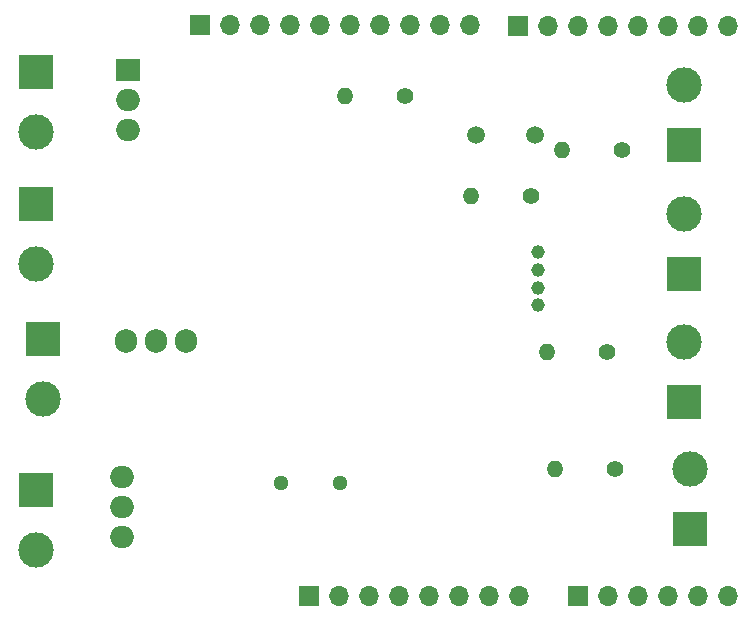
<source format=gbl>
%TF.GenerationSoftware,KiCad,Pcbnew,(6.0.2)*%
%TF.CreationDate,2024-04-01T14:50:51-05:00*%
%TF.ProjectId,Security_Mat,53656375-7269-4747-995f-4d61742e6b69,rev?*%
%TF.SameCoordinates,Original*%
%TF.FileFunction,Copper,L2,Bot*%
%TF.FilePolarity,Positive*%
%FSLAX46Y46*%
G04 Gerber Fmt 4.6, Leading zero omitted, Abs format (unit mm)*
G04 Created by KiCad (PCBNEW (6.0.2)) date 2024-04-01 14:50:51*
%MOMM*%
%LPD*%
G01*
G04 APERTURE LIST*
%TA.AperFunction,ComponentPad*%
%ADD10C,1.400000*%
%TD*%
%TA.AperFunction,ComponentPad*%
%ADD11O,1.400000X1.400000*%
%TD*%
%TA.AperFunction,ComponentPad*%
%ADD12R,3.000000X3.000000*%
%TD*%
%TA.AperFunction,ComponentPad*%
%ADD13C,3.000000*%
%TD*%
%TA.AperFunction,ComponentPad*%
%ADD14R,1.700000X1.700000*%
%TD*%
%TA.AperFunction,ComponentPad*%
%ADD15O,1.700000X1.700000*%
%TD*%
%TA.AperFunction,ComponentPad*%
%ADD16O,2.000000X1.905000*%
%TD*%
%TA.AperFunction,ComponentPad*%
%ADD17C,1.508000*%
%TD*%
%TA.AperFunction,ComponentPad*%
%ADD18R,2.000000X1.905000*%
%TD*%
%TA.AperFunction,ComponentPad*%
%ADD19C,1.170000*%
%TD*%
%TA.AperFunction,ComponentPad*%
%ADD20C,1.280000*%
%TD*%
%TA.AperFunction,ComponentPad*%
%ADD21O,1.905000X2.000000*%
%TD*%
G04 APERTURE END LIST*
D10*
%TO.P,R6,1*%
%TO.N,Net-(R6-Pad1)*%
X155067000Y-76835000D03*
D11*
%TO.P,R6,2*%
%TO.N,Net-(J7-Pad10)*%
X149987000Y-76835000D03*
%TD*%
D12*
%TO.P,J9,1,Pin_1*%
%TO.N,unconnected-(J9-Pad1)*%
X113157000Y-101727000D03*
D13*
%TO.P,J9,2,Pin_2*%
%TO.N,Net-(J5-Pad8)*%
X113157000Y-106807000D03*
%TD*%
D14*
%TO.P,J8,1,7*%
%TO.N,Net-(J8-Pad1)*%
X153990000Y-62390000D03*
D15*
%TO.P,J8,2,6*%
%TO.N,unconnected-(J8-Pad2)*%
X156530000Y-62390000D03*
%TO.P,J8,3,5*%
%TO.N,unconnected-(J8-Pad3)*%
X159070000Y-62390000D03*
%TO.P,J8,4,4*%
%TO.N,unconnected-(J8-Pad4)*%
X161610000Y-62390000D03*
%TO.P,J8,5,3*%
%TO.N,unconnected-(J8-Pad5)*%
X164150000Y-62390000D03*
%TO.P,J8,6,2*%
%TO.N,unconnected-(J8-Pad6)*%
X166690000Y-62390000D03*
%TO.P,J8,7,TX-1*%
%TO.N,unconnected-(J8-Pad7)*%
X169230000Y-62390000D03*
%TO.P,J8,8,RX-0*%
%TO.N,unconnected-(J8-Pad8)*%
X171770000Y-62390000D03*
%TD*%
D10*
%TO.P,R3,1*%
%TO.N,Net-(J2-Pad2)*%
X162814000Y-72898000D03*
D11*
%TO.P,R3,2*%
%TO.N,GND*%
X157734000Y-72898000D03*
%TD*%
D10*
%TO.P,R7,1*%
%TO.N,Net-(R7-Pad1)*%
X144399000Y-68326000D03*
D11*
%TO.P,R7,2*%
%TO.N,Net-(J7-Pad4)*%
X139319000Y-68326000D03*
%TD*%
D16*
%TO.P,Q2,1,G*%
%TO.N,Net-(J11-Pad2)*%
X120467000Y-100584000D03*
%TO.P,Q2,2,D*%
%TO.N,Net-(J7-Pad6)*%
X120467000Y-103124000D03*
%TO.P,Q2,3,S*%
%TO.N,GND*%
X120467000Y-105664000D03*
%TD*%
D12*
%TO.P,J2,1,Pin_1*%
%TO.N,/5V*%
X168021000Y-83439000D03*
D13*
%TO.P,J2,2,Pin_2*%
%TO.N,Net-(J2-Pad2)*%
X168021000Y-78359000D03*
%TD*%
D12*
%TO.P,J3,1,Pin_1*%
%TO.N,/5V*%
X168021000Y-94234000D03*
D13*
%TO.P,J3,2,Pin_2*%
%TO.N,Net-(J3-Pad2)*%
X168021000Y-89154000D03*
%TD*%
D14*
%TO.P,J7,1,SCL*%
%TO.N,unconnected-(J7-Pad1)*%
X127100000Y-62350000D03*
D15*
%TO.P,J7,2,SDA*%
%TO.N,unconnected-(J7-Pad2)*%
X129640000Y-62350000D03*
%TO.P,J7,3,AREF*%
%TO.N,unconnected-(J7-Pad3)*%
X132180000Y-62350000D03*
%TO.P,J7,4,GND*%
%TO.N,Net-(J7-Pad4)*%
X134720000Y-62350000D03*
%TO.P,J7,5,13*%
%TO.N,Net-(J7-Pad5)*%
X137260000Y-62350000D03*
%TO.P,J7,6,12*%
%TO.N,Net-(J7-Pad6)*%
X139800000Y-62350000D03*
%TO.P,J7,7,11*%
%TO.N,Net-(J7-Pad7)*%
X142340000Y-62350000D03*
%TO.P,J7,8,10*%
%TO.N,Net-(J7-Pad8)*%
X144880000Y-62350000D03*
%TO.P,J7,9,9*%
%TO.N,Net-(J7-Pad9)*%
X147420000Y-62350000D03*
%TO.P,J7,10,8*%
%TO.N,Net-(J7-Pad10)*%
X149960000Y-62350000D03*
%TD*%
D14*
%TO.P,J5,1*%
%TO.N,unconnected-(J5-Pad1)*%
X136300000Y-110700000D03*
D15*
%TO.P,J5,2,IOREF*%
%TO.N,unconnected-(J5-Pad2)*%
X138840000Y-110700000D03*
%TO.P,J5,3,RESET*%
%TO.N,unconnected-(J5-Pad3)*%
X141380000Y-110700000D03*
%TO.P,J5,4,3.3V*%
%TO.N,unconnected-(J5-Pad4)*%
X143920000Y-110700000D03*
%TO.P,J5,5,5V*%
%TO.N,/5V*%
X146460000Y-110700000D03*
%TO.P,J5,6,GND*%
%TO.N,unconnected-(J5-Pad6)*%
X149000000Y-110700000D03*
%TO.P,J5,7,GND*%
%TO.N,unconnected-(J5-Pad7)*%
X151540000Y-110700000D03*
%TO.P,J5,8,Vin*%
%TO.N,Net-(J5-Pad8)*%
X154080000Y-110700000D03*
%TD*%
D10*
%TO.P,R4,1*%
%TO.N,Net-(J3-Pad2)*%
X161544000Y-90043000D03*
D11*
%TO.P,R4,2*%
%TO.N,GND*%
X156464000Y-90043000D03*
%TD*%
D17*
%TO.P,SW1,1,A*%
%TO.N,/5V*%
X150408000Y-71628000D03*
%TO.P,SW1,2,B*%
%TO.N,Net-(J8-Pad1)*%
X155408000Y-71628000D03*
%TD*%
D18*
%TO.P,Q3,1,G*%
%TO.N,Net-(J10-Pad2)*%
X120975000Y-66167000D03*
D16*
%TO.P,Q3,2,D*%
%TO.N,Net-(J7-Pad7)*%
X120975000Y-68707000D03*
%TO.P,Q3,3,S*%
%TO.N,GND*%
X120975000Y-71247000D03*
%TD*%
D14*
%TO.P,J6,1,A0*%
%TO.N,Net-(J1-Pad2)*%
X159070000Y-110650000D03*
D15*
%TO.P,J6,2,A1*%
%TO.N,Net-(J2-Pad2)*%
X161610000Y-110650000D03*
%TO.P,J6,3,A2*%
%TO.N,Net-(J3-Pad2)*%
X164150000Y-110650000D03*
%TO.P,J6,4,A3*%
%TO.N,Net-(J4-Pad2)*%
X166690000Y-110650000D03*
%TO.P,J6,5,A4*%
%TO.N,unconnected-(J6-Pad5)*%
X169230000Y-110650000D03*
%TO.P,J6,6,A5*%
%TO.N,unconnected-(J6-Pad6)*%
X171770000Y-110650000D03*
%TD*%
D12*
%TO.P,J1,1,Pin_1*%
%TO.N,/5V*%
X168021000Y-72517000D03*
D13*
%TO.P,J1,2,Pin_2*%
%TO.N,Net-(J1-Pad2)*%
X168021000Y-67437000D03*
%TD*%
D19*
%TO.P,U1,1,RXD*%
%TO.N,Net-(R6-Pad1)*%
X155644000Y-81570000D03*
%TO.P,U1,2,TX*%
%TO.N,Net-(J7-Pad9)*%
X155644000Y-83070000D03*
%TO.P,U1,3,GND*%
%TO.N,Net-(R7-Pad1)*%
X155644000Y-84570000D03*
%TO.P,U1,4,Vcc*%
%TO.N,/5V*%
X155644000Y-86070000D03*
%TD*%
D12*
%TO.P,J10,1,Pin_1*%
%TO.N,unconnected-(J10-Pad1)*%
X113157000Y-66294000D03*
D13*
%TO.P,J10,2,Pin_2*%
%TO.N,Net-(J10-Pad2)*%
X113157000Y-71374000D03*
%TD*%
D10*
%TO.P,R5,1*%
%TO.N,Net-(J4-Pad2)*%
X162179000Y-99949000D03*
D11*
%TO.P,R5,2*%
%TO.N,GND*%
X157099000Y-99949000D03*
%TD*%
D20*
%TO.P,LS1,1*%
%TO.N,Net-(J7-Pad8)*%
X138898000Y-101092000D03*
%TO.P,LS1,2*%
%TO.N,GND*%
X133898000Y-101092000D03*
%TD*%
D12*
%TO.P,J11,1,Pin_1*%
%TO.N,unconnected-(J11-Pad1)*%
X113157000Y-77470000D03*
D13*
%TO.P,J11,2,Pin_2*%
%TO.N,Net-(J11-Pad2)*%
X113157000Y-82550000D03*
%TD*%
D12*
%TO.P,J4,1,Pin_1*%
%TO.N,/5V*%
X168529000Y-105029000D03*
D13*
%TO.P,J4,2,Pin_2*%
%TO.N,Net-(J4-Pad2)*%
X168529000Y-99949000D03*
%TD*%
D12*
%TO.P,J12,1,Pin_1*%
%TO.N,unconnected-(J12-Pad1)*%
X113792000Y-88900000D03*
D13*
%TO.P,J12,2,Pin_2*%
%TO.N,Net-(J12-Pad2)*%
X113792000Y-93980000D03*
%TD*%
D21*
%TO.P,Q1,1,G*%
%TO.N,Net-(J12-Pad2)*%
X120777000Y-89083000D03*
%TO.P,Q1,2,D*%
%TO.N,Net-(J7-Pad5)*%
X123317000Y-89083000D03*
%TO.P,Q1,3,S*%
%TO.N,GND*%
X125857000Y-89083000D03*
%TD*%
M02*

</source>
